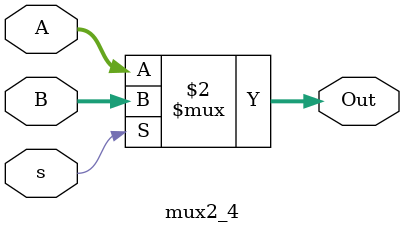
<source format=v>
module mux2_4(output wire [3:0] Out, input wire [3:0] A, input wire [3:0] B, input wire s);

  reg Out = s ? B : A;

endmodule
</source>
